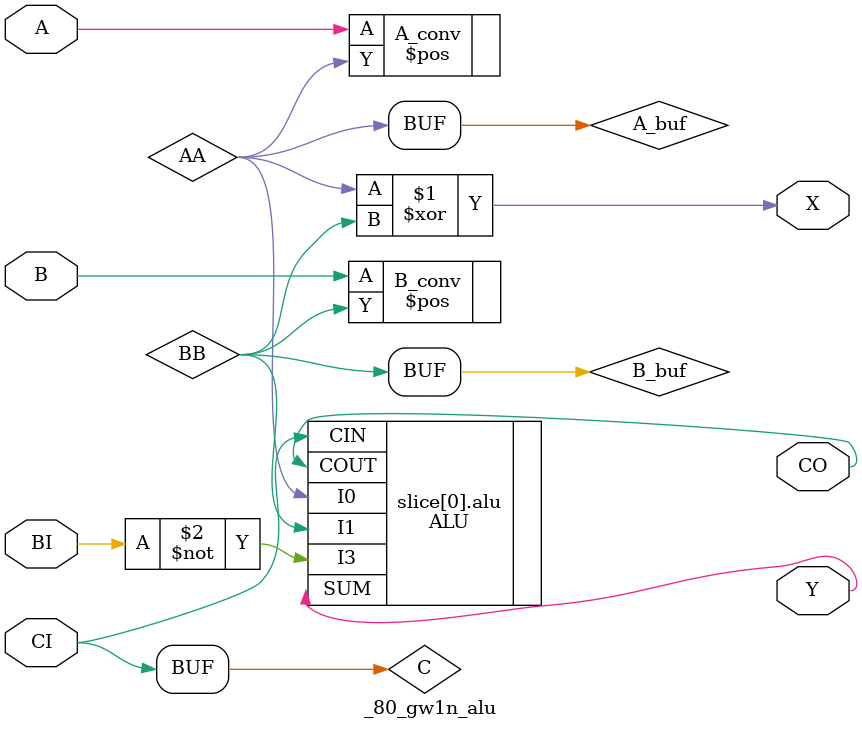
<source format=v>
/*
 *  yosys -- Yosys Open SYnthesis Suite
 *
 *  Copyright (C) 2012  Claire Xenia Wolf <claire@yosyshq.com>
 *  Copyright (C) 2018  gatecat <gatecat@ds0.me>
 *
 *  Permission to use, copy, modify, and/or distribute this software for any
 *  purpose with or without fee is hereby granted, provided that the above
 *  copyright notice and this permission notice appear in all copies.
 *
 *  THE SOFTWARE IS PROVIDED "AS IS" AND THE AUTHOR DISCLAIMS ALL WARRANTIES
 *  WITH REGARD TO THIS SOFTWARE INCLUDING ALL IMPLIED WARRANTIES OF
 *  MERCHANTABILITY AND FITNESS. IN NO EVENT SHALL THE AUTHOR BE LIABLE FOR
 *  ANY SPECIAL, DIRECT, INDIRECT, OR CONSEQUENTIAL DAMAGES OR ANY DAMAGES
 *  WHATSOEVER RESULTING FROM LOSS OF USE, DATA OR PROFITS, WHETHER IN AN
 *  ACTION OF CONTRACT, NEGLIGENCE OR OTHER TORTIOUS ACTION, ARISING OUT OF
 *  OR IN CONNECTION WITH THE USE OR PERFORMANCE OF THIS SOFTWARE.
 *
 */

(* techmap_celltype = "$alu" *)
module _80_gw1n_alu(A, B, CI, BI, X, Y, CO);
   parameter A_SIGNED = 0;
   parameter B_SIGNED = 0;
   parameter A_WIDTH = 1;
   parameter B_WIDTH = 1;
   parameter Y_WIDTH = 1;

   (* force_downto *)
   input [A_WIDTH-1:0] A;
   (* force_downto *)
   input [B_WIDTH-1:0] B;
   (* force_downto *)
   output [Y_WIDTH-1:0] X, Y;

   input 		CI, BI;
   (* force_downto *)
   output [Y_WIDTH-1:0] CO;

   wire 		_TECHMAP_FAIL_ = Y_WIDTH <= 2;

   (* force_downto *)
   wire [Y_WIDTH-1:0] 	A_buf, B_buf;
   \$pos #(.A_SIGNED(A_SIGNED), .A_WIDTH(A_WIDTH), .Y_WIDTH(Y_WIDTH)) A_conv (.A(A), .Y(A_buf));
   \$pos #(.A_SIGNED(B_SIGNED), .A_WIDTH(B_WIDTH), .Y_WIDTH(Y_WIDTH)) B_conv (.A(B), .Y(B_buf));

   (* force_downto *)
   wire [Y_WIDTH-1:0] 	AA = A_buf;
   (* force_downto *)
   wire [Y_WIDTH-1:0] 	BB = B_buf;
   (* force_downto *)
   wire [Y_WIDTH-1:0] 	C = {CO, CI};

   genvar 		i;
   generate for (i = 0; i < Y_WIDTH; i = i + 1) begin:slice
      ALU #(.ALU_MODE(2)) // ADDSUB I3 ? add : sub
      alu(.I0(AA[i]),
	  .I1(BB[i]),
	  .I3(~BI),
	  .CIN(C[i]),
	  .COUT(CO[i]),
	  .SUM(Y[i])
	  );
   end endgenerate
   assign X = AA ^ BB;
endmodule


</source>
